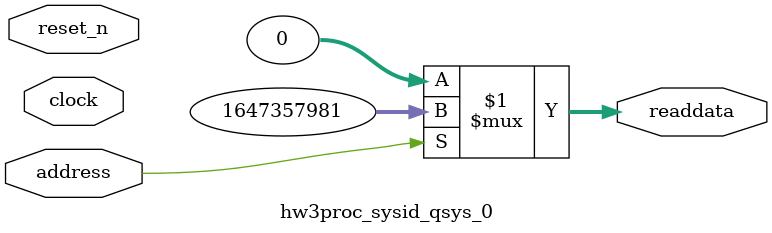
<source format=v>



// synthesis translate_off
`timescale 1ns / 1ps
// synthesis translate_on

// turn off superfluous verilog processor warnings 
// altera message_level Level1 
// altera message_off 10034 10035 10036 10037 10230 10240 10030 

module hw3proc_sysid_qsys_0 (
               // inputs:
                address,
                clock,
                reset_n,

               // outputs:
                readdata
             )
;

  output  [ 31: 0] readdata;
  input            address;
  input            clock;
  input            reset_n;

  wire    [ 31: 0] readdata;
  //control_slave, which is an e_avalon_slave
  assign readdata = address ? 1647357981 : 0;

endmodule



</source>
